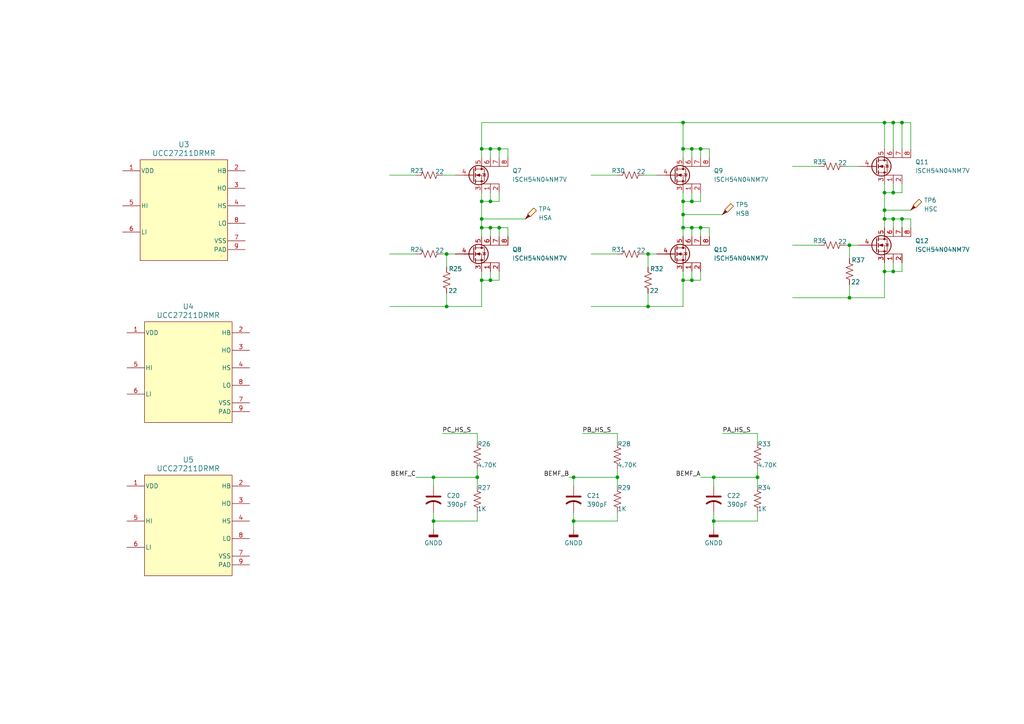
<source format=kicad_sch>
(kicad_sch (version 20250114) (generator "eeschema") (generator_version "9.0")
  (paper "A4")
  (lib_symbols
    (symbol "AzizFaozi:ISCH54N04NM7V" (pin_names (offset 0) (hide yes))
      (property "Reference" "Q" (at 5.08 1.905 0))
      (property "Value" "ISCH54N04NM7V" (at 5.08 0 0))
      (symbol "ISCH54N04NM7V_0_1"
        (polyline (pts (xy 0.254 1.905) (xy 0.254 -1.905)) (stroke (width 0.254)))
        (polyline (pts (xy 0.254 0) (xy -2.54 0)))
        (polyline (pts (xy 0.762 2.286) (xy 0.762 1.27)) (stroke (width 0.254)))
        (polyline (pts (xy 0.762 0.508) (xy 0.762 -0.508)) (stroke (width 0.254)))
        (polyline (pts (xy 0.762 -1.27) (xy 0.762 -2.286)) (stroke (width 0.254)))
        (polyline (pts (xy 0.762 -1.778) (xy 3.302 -1.778) (xy 3.302 1.778) (xy 0.762 1.778)))
        (polyline (pts (xy 1.016 0) (xy 2.032 0.381) (xy 2.032 -0.381) (xy 1.016 0)) (fill (type outline)))
        (circle (center 1.651 0) (radius 2.794) (stroke (width 0.254)))
        (polyline (pts (xy 2.54 2.54) (xy 2.54 1.778)))
        (circle (center 2.54 1.778) (radius 0.254) (fill (type outline)))
        (circle (center 2.54 -1.778) (radius 0.254) (fill (type outline)))
        (polyline (pts (xy 2.54 -2.54) (xy 2.54 0) (xy 0.762 0)))
        (polyline (pts (xy 2.794 0.508) (xy 2.921 0.381) (xy 3.683 0.381) (xy 3.81 0.254)))
        (polyline (pts (xy 3.302 0.381) (xy 2.921 -0.254) (xy 3.683 -0.254) (xy 3.302 0.381)))
        (polyline (pts (xy 7.62 -2.54) (xy 2.54 -2.54)))
        (polyline (pts (xy 10.16 2.54) (xy 2.54 2.54)))
      )
      (symbol "ISCH54N04NM7V_1_0"
        (pin input line (at 7.62 5.08 270) (length 2.54) (name "D") (number "7"))
        (pin input line (at 10.16 5.08 270) (length 2.54) (name "D") (number "8"))
      )
      (symbol "ISCH54N04NM7V_1_1"
        (pin input line (at -5.08 0 0) (length 5.08) (name "G") (number "4"))
        (pin passive line (at 2.54 5.08 270) (length 2.54) (name "D") (number "5"))
        (pin passive line (at 2.54 -5.08 90) (length 2.54) (name "S") (number "3"))
        (pin input line (at 5.08 5.08 270) (length 2.54) (name "D") (number "6"))
        (pin passive line (at 5.08 -5.08 90) (length 2.54) (name "S") (number "1"))
        (pin passive line (at 7.62 -5.08 90) (length 2.54) (name "S") (number "2"))
      )
    )
    (symbol "Connector:TestPoint_Probe" (pin_numbers (hide yes)) (pin_names (offset 0.762) (hide yes))
      (property "Reference" "TP" (at 1.651 5.842 0))
      (property "Value" "TestPoint_Probe" (at 1.651 4.064 0))
      (symbol "TestPoint_Probe_0_1"
        (polyline (pts (xy 1.27 0.762) (xy 0 0) (xy 0.762 1.27) (xy 1.27 0.762)) (fill (type outline)))
        (polyline (pts (xy 1.397 0.635) (xy 0.635 1.397) (xy 2.413 3.175) (xy 3.175 2.413) (xy 1.397 0.635)) (fill (type background)))
      )
      (symbol "TestPoint_Probe_1_1"
        (pin passive line (at 0 0 90) (length 0) (name "1") (number "1"))
      )
    )
    (symbol "Device:C_US" (pin_numbers (hide yes)) (pin_names (offset 0.254) (hide yes))
      (property "Reference" "C" (at 0.635 2.54 0))
      (property "Value" "C_US" (at 0.635 -2.54 0))
      (symbol "C_US_0_1"
        (polyline (pts (xy -2.032 0.762) (xy 2.032 0.762)) (stroke (width 0.508)))
        (arc (start -2.032 -1.27) (mid 0 -0.5572) (end 2.032 -1.27) (stroke (width 0.508)))
      )
      (symbol "C_US_1_1"
        (pin passive line (at 0 3.81 270) (length 2.794) (name "~") (number "1"))
        (pin passive line (at 0 -3.81 90) (length 3.302) (name "~") (number "2"))
      )
    )
    (symbol "Device:R_US" (pin_numbers (hide yes)) (pin_names (offset 0))
      (property "Reference" "R" (at 2.54 0 90))
      (property "Value" "R_US" (at -2.54 0 90))
      (symbol "R_US_0_1"
        (polyline (pts (xy 0 2.286) (xy 0 2.54)))
        (polyline (pts (xy 0 2.286) (xy 1.016 1.905) (xy 0 1.524) (xy -1.016 1.143) (xy 0 0.762)))
        (polyline (pts (xy 0 0.762) (xy 1.016 0.381) (xy 0 0) (xy -1.016 -0.381) (xy 0 -0.762)))
        (polyline (pts (xy 0 -0.762) (xy 1.016 -1.143) (xy 0 -1.524) (xy -1.016 -1.905) (xy 0 -2.286)))
        (polyline (pts (xy 0 -2.286) (xy 0 -2.54)))
      )
      (symbol "R_US_1_1"
        (pin passive line (at 0 3.81 270) (length 1.27) (name "~") (number "1"))
        (pin passive line (at 0 -3.81 90) (length 1.27) (name "~") (number "2"))
      )
    )
    (symbol "droneUltimate:UCC27211DRMR" (pin_names (offset 0.254))
      (property "Reference" "U" (at 0 2.54 0))
      (property "Value" "UCC27211DRMR" (at 0 0 0))
      (symbol "UCC27211DRMR_0_1"
        (pin power_in line (at -17.78 10.16 0) (length 5.08) (name "VDD") (number "1"))
        (pin input line (at -17.78 0 0) (length 5.08) (name "HI") (number "5"))
        (pin input line (at -17.78 -7.62 0) (length 5.08) (name "LI") (number "6"))
        (pin power_in line (at 17.78 10.16 180) (length 5.08) (name "HB") (number "2"))
        (pin output line (at 17.78 5.08 180) (length 5.08) (name "HO") (number "3"))
        (pin power_in line (at 17.78 0 180) (length 5.08) (name "HS") (number "4"))
        (pin output line (at 17.78 -5.08 180) (length 5.08) (name "LO") (number "8"))
        (pin power_in line (at 17.78 -10.16 180) (length 5.08) (name "VSS") (number "7"))
        (pin unspecified line (at 17.78 -12.7 180) (length 5.08) (name "PAD") (number "9"))
      )
      (symbol "UCC27211DRMR_1_1"
        (rectangle (start -12.7 13.335) (end 12.7 -15.875) (fill (type background)))
        (rectangle (start 10.795 -14.605) (end 10.795 -14.605))
      )
    )
    (symbol "power:GNDD" (power) (pin_numbers (hide yes)) (pin_names (offset 0) (hide yes))
      (property "Value" "GNDD" (at 0 -3.175 0))
      (symbol "GNDD_0_1"
        (rectangle (start -1.27 -1.524) (end 1.27 -2.032) (stroke (width 0.254)) (fill (type outline)))
        (polyline (pts (xy 0 0) (xy 0 -1.524)))
      )
      (symbol "GNDD_1_1"
        (pin power_in line (at 0 0 270) (length 0) (name "~") (number "1"))
      )
    )
  )
  (junction (at 187.96 73.66))
  (junction (at 125.73 138.43))
  (junction (at 203.2 66.04))
  (junction (at 256.54 55.88))
  (junction (at 142.24 81.28))
  (junction (at 187.96 88.9))
  (junction (at 219.71 138.43))
  (junction (at 198.12 62.23))
  (junction (at 139.7 43.18))
  (junction (at 259.08 35.56))
  (junction (at 256.54 35.56))
  (junction (at 256.54 60.96))
  (junction (at 166.37 151.13))
  (junction (at 261.62 63.5))
  (junction (at 198.12 81.28))
  (junction (at 198.12 66.04))
  (junction (at 139.7 63.5))
  (junction (at 259.08 55.88))
  (junction (at 207.01 151.13))
  (junction (at 246.38 71.12))
  (junction (at 179.07 138.43))
  (junction (at 200.66 43.18))
  (junction (at 200.66 81.28))
  (junction (at 138.43 138.43))
  (junction (at 142.24 43.18))
  (junction (at 200.66 66.04))
  (junction (at 198.12 58.42))
  (junction (at 261.62 35.56))
  (junction (at 259.08 78.74))
  (junction (at 200.66 58.42))
  (junction (at 129.54 88.9))
  (junction (at 198.12 43.18))
  (junction (at 139.7 81.28))
  (junction (at 139.7 66.04))
  (junction (at 142.24 66.04))
  (junction (at 198.12 35.56))
  (junction (at 259.08 63.5))
  (junction (at 139.7 58.42))
  (junction (at 256.54 78.74))
  (junction (at 207.01 138.43))
  (junction (at 125.73 151.13))
  (junction (at 142.24 58.42))
  (junction (at 203.2 43.18))
  (junction (at 144.78 66.04))
  (junction (at 144.78 43.18))
  (junction (at 246.38 86.36))
  (junction (at 166.37 138.43))
  (junction (at 129.54 73.66))
  (junction (at 256.54 63.5))
  (wire (pts (xy 261.62 63.5) (xy 261.62 66.04)))
  (wire (pts (xy 207.01 148.59) (xy 207.01 151.13)))
  (wire (pts (xy 129.54 77.47) (xy 129.54 73.66)))
  (wire (pts (xy 139.7 45.72) (xy 139.7 43.18)))
  (wire (pts (xy 259.08 53.34) (xy 259.08 55.88)))
  (wire (pts (xy 179.07 138.43) (xy 179.07 140.97)))
  (wire (pts (xy 113.03 88.9) (xy 129.54 88.9)))
  (wire (pts (xy 198.12 66.04) (xy 198.12 68.58)))
  (wire (pts (xy 129.54 88.9) (xy 139.7 88.9)))
  (wire (pts (xy 261.62 76.2) (xy 261.62 78.74)))
  (wire (pts (xy 187.96 85.09) (xy 187.96 88.9)))
  (wire (pts (xy 200.66 66.04) (xy 200.66 68.58)))
  (wire (pts (xy 200.66 43.18) (xy 198.12 43.18)))
  (wire (pts (xy 219.71 128.27) (xy 219.71 125.73)))
  (wire (pts (xy 264.16 66.04) (xy 264.16 63.5)))
  (wire (pts (xy 200.66 58.42) (xy 198.12 58.42)))
  (wire (pts (xy 256.54 63.5) (xy 256.54 66.04)))
  (wire (pts (xy 129.54 85.09) (xy 129.54 88.9)))
  (wire (pts (xy 138.43 135.89) (xy 138.43 138.43)))
  (wire (pts (xy 256.54 35.56) (xy 256.54 43.18)))
  (wire (pts (xy 245.11 71.12) (xy 246.38 71.12)))
  (wire (pts (xy 144.78 66.04) (xy 142.24 66.04)))
  (wire (pts (xy 165.1 138.43) (xy 166.37 138.43)))
  (wire (pts (xy 203.2 55.88) (xy 203.2 58.42)))
  (wire (pts (xy 219.71 135.89) (xy 219.71 138.43)))
  (wire (pts (xy 207.01 151.13) (xy 219.71 151.13)))
  (wire (pts (xy 113.03 73.66) (xy 120.65 73.66)))
  (wire (pts (xy 144.78 58.42) (xy 142.24 58.42)))
  (wire (pts (xy 200.66 43.18) (xy 200.66 45.72)))
  (wire (pts (xy 259.08 63.5) (xy 256.54 63.5)))
  (wire (pts (xy 128.27 73.66) (xy 129.54 73.66)))
  (wire (pts (xy 259.08 78.74) (xy 256.54 78.74)))
  (wire (pts (xy 198.12 55.88) (xy 198.12 58.42)))
  (wire (pts (xy 229.87 86.36) (xy 246.38 86.36)))
  (wire (pts (xy 259.08 76.2) (xy 259.08 78.74)))
  (wire (pts (xy 198.12 35.56) (xy 198.12 43.18)))
  (wire (pts (xy 200.66 66.04) (xy 198.12 66.04)))
  (wire (pts (xy 139.7 35.56) (xy 198.12 35.56)))
  (wire (pts (xy 142.24 81.28) (xy 139.7 81.28)))
  (wire (pts (xy 205.74 68.58) (xy 205.74 66.04)))
  (wire (pts (xy 139.7 78.74) (xy 139.7 81.28)))
  (wire (pts (xy 207.01 151.13) (xy 207.01 153.67)))
  (wire (pts (xy 203.2 81.28) (xy 200.66 81.28)))
  (wire (pts (xy 142.24 43.18) (xy 142.24 45.72)))
  (wire (pts (xy 209.55 62.23) (xy 198.12 62.23)))
  (wire (pts (xy 256.54 53.34) (xy 256.54 55.88)))
  (wire (pts (xy 261.62 55.88) (xy 259.08 55.88)))
  (wire (pts (xy 144.78 81.28) (xy 142.24 81.28)))
  (wire (pts (xy 256.54 35.56) (xy 259.08 35.56)))
  (wire (pts (xy 205.74 45.72) (xy 205.74 43.18)))
  (wire (pts (xy 142.24 58.42) (xy 139.7 58.42)))
  (wire (pts (xy 203.2 43.18) (xy 200.66 43.18)))
  (wire (pts (xy 256.54 60.96) (xy 264.16 60.96)))
  (wire (pts (xy 198.12 81.28) (xy 198.12 88.9)))
  (wire (pts (xy 209.55 125.73) (xy 219.71 125.73)))
  (wire (pts (xy 144.78 43.18) (xy 144.78 45.72)))
  (wire (pts (xy 147.32 66.04) (xy 144.78 66.04)))
  (wire (pts (xy 139.7 63.5) (xy 139.7 66.04)))
  (wire (pts (xy 179.07 128.27) (xy 179.07 125.73)))
  (wire (pts (xy 187.96 88.9) (xy 198.12 88.9)))
  (wire (pts (xy 179.07 148.59) (xy 179.07 151.13)))
  (wire (pts (xy 147.32 43.18) (xy 144.78 43.18)))
  (wire (pts (xy 171.45 73.66) (xy 179.07 73.66)))
  (wire (pts (xy 200.66 81.28) (xy 198.12 81.28)))
  (wire (pts (xy 142.24 66.04) (xy 142.24 68.58)))
  (wire (pts (xy 261.62 53.34) (xy 261.62 55.88)))
  (wire (pts (xy 246.38 71.12) (xy 248.92 71.12)))
  (wire (pts (xy 113.03 50.8) (xy 120.65 50.8)))
  (wire (pts (xy 219.71 138.43) (xy 219.71 140.97)))
  (wire (pts (xy 166.37 151.13) (xy 179.07 151.13)))
  (wire (pts (xy 187.96 73.66) (xy 190.5 73.66)))
  (wire (pts (xy 142.24 66.04) (xy 139.7 66.04)))
  (wire (pts (xy 205.74 66.04) (xy 203.2 66.04)))
  (wire (pts (xy 259.08 55.88) (xy 256.54 55.88)))
  (wire (pts (xy 261.62 78.74) (xy 259.08 78.74)))
  (wire (pts (xy 187.96 77.47) (xy 187.96 73.66)))
  (wire (pts (xy 259.08 35.56) (xy 261.62 35.56)))
  (wire (pts (xy 203.2 66.04) (xy 203.2 68.58)))
  (wire (pts (xy 203.2 43.18) (xy 203.2 45.72)))
  (wire (pts (xy 219.71 148.59) (xy 219.71 151.13)))
  (wire (pts (xy 125.73 138.43) (xy 138.43 138.43)))
  (wire (pts (xy 203.2 66.04) (xy 200.66 66.04)))
  (wire (pts (xy 142.24 78.74) (xy 142.24 81.28)))
  (wire (pts (xy 203.2 138.43) (xy 207.01 138.43)))
  (wire (pts (xy 200.66 55.88) (xy 200.66 58.42)))
  (wire (pts (xy 166.37 138.43) (xy 179.07 138.43)))
  (wire (pts (xy 139.7 66.04) (xy 139.7 68.58)))
  (wire (pts (xy 205.74 43.18) (xy 203.2 43.18)))
  (wire (pts (xy 171.45 50.8) (xy 179.07 50.8)))
  (wire (pts (xy 120.65 138.43) (xy 125.73 138.43)))
  (wire (pts (xy 198.12 43.18) (xy 198.12 45.72)))
  (wire (pts (xy 198.12 35.56) (xy 256.54 35.56)))
  (wire (pts (xy 203.2 58.42) (xy 200.66 58.42)))
  (wire (pts (xy 261.62 35.56) (xy 261.62 43.18)))
  (wire (pts (xy 139.7 55.88) (xy 139.7 58.42)))
  (wire (pts (xy 125.73 151.13) (xy 138.43 151.13)))
  (wire (pts (xy 203.2 78.74) (xy 203.2 81.28)))
  (wire (pts (xy 246.38 74.93) (xy 246.38 71.12)))
  (wire (pts (xy 125.73 151.13) (xy 125.73 153.67)))
  (wire (pts (xy 186.69 50.8) (xy 190.5 50.8)))
  (wire (pts (xy 144.78 43.18) (xy 142.24 43.18)))
  (wire (pts (xy 129.54 73.66) (xy 132.08 73.66)))
  (wire (pts (xy 125.73 140.97) (xy 125.73 138.43)))
  (wire (pts (xy 147.32 45.72) (xy 147.32 43.18)))
  (wire (pts (xy 259.08 35.56) (xy 259.08 43.18)))
  (wire (pts (xy 139.7 81.28) (xy 139.7 88.9)))
  (wire (pts (xy 139.7 63.5) (xy 152.4 63.5)))
  (wire (pts (xy 198.12 78.74) (xy 198.12 81.28)))
  (wire (pts (xy 138.43 148.59) (xy 138.43 151.13)))
  (wire (pts (xy 144.78 78.74) (xy 144.78 81.28)))
  (wire (pts (xy 256.54 78.74) (xy 256.54 86.36)))
  (wire (pts (xy 139.7 58.42) (xy 139.7 63.5)))
  (wire (pts (xy 200.66 78.74) (xy 200.66 81.28)))
  (wire (pts (xy 259.08 63.5) (xy 259.08 66.04)))
  (wire (pts (xy 246.38 86.36) (xy 256.54 86.36)))
  (wire (pts (xy 125.73 148.59) (xy 125.73 151.13)))
  (wire (pts (xy 198.12 58.42) (xy 198.12 62.23)))
  (wire (pts (xy 229.87 48.26) (xy 237.49 48.26)))
  (wire (pts (xy 144.78 66.04) (xy 144.78 68.58)))
  (wire (pts (xy 128.27 125.73) (xy 138.43 125.73)))
  (wire (pts (xy 246.38 82.55) (xy 246.38 86.36)))
  (wire (pts (xy 138.43 138.43) (xy 138.43 140.97)))
  (wire (pts (xy 256.54 60.96) (xy 256.54 63.5)))
  (wire (pts (xy 261.62 35.56) (xy 264.16 35.56)))
  (wire (pts (xy 256.54 76.2) (xy 256.54 78.74)))
  (wire (pts (xy 198.12 62.23) (xy 198.12 66.04)))
  (wire (pts (xy 264.16 63.5) (xy 261.62 63.5)))
  (wire (pts (xy 207.01 138.43) (xy 219.71 138.43)))
  (wire (pts (xy 139.7 43.18) (xy 139.7 35.56)))
  (wire (pts (xy 168.91 125.73) (xy 179.07 125.73)))
  (wire (pts (xy 171.45 88.9) (xy 187.96 88.9)))
  (wire (pts (xy 264.16 35.56) (xy 264.16 43.18)))
  (wire (pts (xy 245.11 48.26) (xy 248.92 48.26)))
  (wire (pts (xy 144.78 55.88) (xy 144.78 58.42)))
  (wire (pts (xy 207.01 140.97) (xy 207.01 138.43)))
  (wire (pts (xy 229.87 71.12) (xy 237.49 71.12)))
  (wire (pts (xy 179.07 135.89) (xy 179.07 138.43)))
  (wire (pts (xy 256.54 55.88) (xy 256.54 60.96)))
  (wire (pts (xy 138.43 128.27) (xy 138.43 125.73)))
  (wire (pts (xy 186.69 73.66) (xy 187.96 73.66)))
  (wire (pts (xy 166.37 148.59) (xy 166.37 151.13)))
  (wire (pts (xy 261.62 63.5) (xy 259.08 63.5)))
  (wire (pts (xy 128.27 50.8) (xy 132.08 50.8)))
  (wire (pts (xy 142.24 55.88) (xy 142.24 58.42)))
  (wire (pts (xy 166.37 151.13) (xy 166.37 153.67)))
  (wire (pts (xy 147.32 68.58) (xy 147.32 66.04)))
  (wire (pts (xy 142.24 43.18) (xy 139.7 43.18)))
  (wire (pts (xy 166.37 140.97) (xy 166.37 138.43)))
  (label "BEMF_A" (at 203.2 138.43 180))
  (label "BEMF_C" (at 120.65 138.43 180))
  (label "PC_HS_S" (at 128.27 125.73 0))
  (label "PA_HS_S" (at 209.55 125.73 0))
  (label "BEMF_B" (at 165.1 138.43 180))
  (label "PB_HS_S" (at 168.91 125.73 0))
  (symbol (lib_id "power:GNDD") (at 166.37 153.67 0) (unit 1)
    (property "Reference" "#PWR047" (effects (hide yes)))
    (property "Value" "GNDD" (at 166.37 157.48 0))
    (property "Description" "Power symbol creates a global label with name \"GNDD\" , digital ground" (effects (hide yes)))
  )
  (symbol (lib_id "Device:R_US") (at 179.07 144.78 0) (unit 1)
    (property "Reference" "R29" (at 179.07 141.478 0) (effects (justify left)))
    (property "Value" "1K" (at 179.07 147.574 0) (effects (justify left)))
    (property "Description" "Resistor, US symbol" (effects (hide yes)))
  )
  (symbol (lib_id "Device:R_US") (at 182.88 50.8 90) (unit 1)
    (property "Reference" "R30" (at 179.324 49.53 90))
    (property "Value" "22" (at 185.928 49.784 90))
    (property "Description" "Resistor, US symbol" (effects (hide yes)))
  )
  (symbol (lib_id "Device:R_US") (at 124.46 73.66 90) (unit 1)
    (property "Reference" "R24" (at 120.904 72.39 90))
    (property "Value" "22" (at 127.508 72.644 90))
    (property "Description" "Resistor, US symbol" (effects (hide yes)))
  )
  (symbol (lib_id "Connector:TestPoint_Probe") (at 264.16 60.96 0) (unit 1)
    (property "Reference" "TP6" (at 267.97 58.1024 0) (effects (justify left)))
    (property "Value" "HSC" (at 267.97 60.6424 0) (effects (justify left)))
    (property "Footprint" "MountingHole:MountingHole_2.2mm_M2_Pad" (effects (hide yes)))
    (property "Description" "test point (alternative probe-style design)" (effects (hide yes)))
  )
  (symbol (lib_id "droneUltimate:UCC27211DRMR") (at 53.34 59.69 0) (unit 1)
    (property "Reference" "U3" (at 53.34 41.91 0) (effects (font (size 1.524 1.524))))
    (property "Value" "UCC27211DRMR" (at 53.34 44.45 0) (effects (font (size 1.524 1.524))))
    (property "Footprint" "footprints:VSON-8_L4.0-W4.0-P0.80-TL-EP" (effects (hide yes)))
    (property "Datasheet" "https://www.ti.com/lit/gpn/ucc27211" (effects (hide yes)))
    (property "lcsc_id" "C1848363" (effects (hide yes)))
    (property "price" "1.57" (effects (hide yes)))
  )
  (symbol (lib_id "AzizFaozi:ISCH54N04NM7V") (at 137.16 73.66 0) (unit 1)
    (property "Reference" "Q8" (at 148.59 72.3899 0) (effects (justify left)))
    (property "Value" "ISCH54N04NM7V" (at 148.59 74.9299 0) (effects (justify left)))
    (property "Footprint" "footprints:PG-TDSON-8_L5.0-W6.0-P1.27-BL-EP" (effects (hide yes)))
    (property "Datasheet" "http://www.infineon.com/dgdl/Infineon-BSC028N06LS3-DS-v02_02-en.pdf?fileId=db3a30431ddc9372011ebafa4c607f8c" (effects (hide yes)))
    (property "Description" "100A Id, 60V Vds, OptiMOS N-Channel Power MOSFET, 2.8mOhm Ron, Qg (typ) 31.0nC, PG-TDSON-8" (effects (hide yes)))
  )
  (symbol (lib_id "Connector:TestPoint_Probe") (at 209.55 62.23 0) (unit 1)
    (property "Reference" "TP5" (at 213.36 59.3724 0) (effects (justify left)))
    (property "Value" "HSB" (at 213.36 61.9124 0) (effects (justify left)))
    (property "Footprint" "MountingHole:MountingHole_2.2mm_M2_Pad" (effects (hide yes)))
    (property "Description" "test point (alternative probe-style design)" (effects (hide yes)))
  )
  (symbol (lib_id "Device:R_US") (at 179.07 132.08 0) (unit 1)
    (property "Reference" "R28" (at 179.07 128.778 0) (effects (justify left)))
    (property "Value" "4.70K" (at 179.07 134.874 0) (effects (justify left)))
    (property "Description" "Resistor, US symbol" (effects (hide yes)))
  )
  (symbol (lib_id "Device:R_US") (at 138.43 132.08 0) (unit 1)
    (property "Reference" "R26" (at 138.43 128.778 0) (effects (justify left)))
    (property "Value" "4.70K" (at 138.43 134.874 0) (effects (justify left)))
    (property "Description" "Resistor, US symbol" (effects (hide yes)))
  )
  (symbol (lib_id "Device:C_US") (at 207.01 144.78 0) (unit 1)
    (property "Reference" "C22" (at 210.82 143.7639 0) (effects (justify left)))
    (property "Value" "390pF" (at 210.82 146.3039 0) (effects (justify left)))
    (property "Description" "capacitor, US symbol" (effects (hide yes)))
  )
  (symbol (lib_id "Device:R_US") (at 219.71 132.08 0) (unit 1)
    (property "Reference" "R33" (at 219.71 128.778 0) (effects (justify left)))
    (property "Value" "4.70K" (at 219.71 134.874 0) (effects (justify left)))
    (property "Description" "Resistor, US symbol" (effects (hide yes)))
  )
  (symbol (lib_id "Connector:TestPoint_Probe") (at 152.4 63.5 0) (unit 1)
    (property "Reference" "TP4" (at 156.21 60.6424 0) (effects (justify left)))
    (property "Value" "HSA" (at 156.21 63.1824 0) (effects (justify left)))
    (property "Footprint" "MountingHole:MountingHole_2.2mm_M2_Pad" (effects (hide yes)))
    (property "Description" "test point (alternative probe-style design)" (effects (hide yes)))
  )
  (symbol (lib_id "Device:R_US") (at 187.96 81.28 0) (unit 1)
    (property "Reference" "R32" (at 190.5 77.978 0))
    (property "Value" "22" (at 189.738 84.328 0))
    (property "Description" "Resistor, US symbol" (effects (hide yes)))
  )
  (symbol (lib_id "AzizFaozi:ISCH54N04NM7V") (at 137.16 50.8 0) (unit 1)
    (property "Reference" "Q7" (at 148.59 49.5299 0) (effects (justify left)))
    (property "Value" "ISCH54N04NM7V" (at 148.59 52.0699 0) (effects (justify left)))
    (property "Footprint" "footprints:PG-TDSON-8_L5.0-W6.0-P1.27-BL-EP" (effects (hide yes)))
    (property "Datasheet" "http://www.infineon.com/dgdl/Infineon-BSC028N06LS3-DS-v02_02-en.pdf?fileId=db3a30431ddc9372011ebafa4c607f8c" (effects (hide yes)))
    (property "Description" "100A Id, 60V Vds, OptiMOS N-Channel Power MOSFET, 2.8mOhm Ron, Qg (typ) 31.0nC, PG-TDSON-8" (effects (hide yes)))
  )
  (symbol (lib_id "Device:R_US") (at 129.54 81.28 0) (unit 1)
    (property "Reference" "R25" (at 132.08 77.978 0))
    (property "Value" "22" (at 131.318 84.328 0))
    (property "Description" "Resistor, US symbol" (effects (hide yes)))
  )
  (symbol (lib_id "Device:R_US") (at 124.46 50.8 90) (unit 1)
    (property "Reference" "R23" (at 120.904 49.53 90))
    (property "Value" "22" (at 127.508 49.784 90))
    (property "Description" "Resistor, US symbol" (effects (hide yes)))
  )
  (symbol (lib_id "Device:R_US") (at 219.71 144.78 0) (unit 1)
    (property "Reference" "R34" (at 219.71 141.478 0) (effects (justify left)))
    (property "Value" "1K" (at 219.71 147.574 0) (effects (justify left)))
    (property "Description" "Resistor, US symbol" (effects (hide yes)))
  )
  (symbol (lib_id "Device:R_US") (at 246.38 78.74 0) (unit 1)
    (property "Reference" "R37" (at 248.92 75.438 0))
    (property "Value" "22" (at 248.158 81.788 0))
    (property "Description" "Resistor, US symbol" (effects (hide yes)))
  )
  (symbol (lib_id "power:GNDD") (at 125.73 153.67 0) (unit 1)
    (property "Reference" "#PWR046" (effects (hide yes)))
    (property "Value" "GNDD" (at 125.73 157.48 0))
    (property "Description" "Power symbol creates a global label with name \"GNDD\" , digital ground" (effects (hide yes)))
  )
  (symbol (lib_id "AzizFaozi:ISCH54N04NM7V") (at 254 48.26 0) (unit 1)
    (property "Reference" "Q11" (at 265.43 46.9899 0) (effects (justify left)))
    (property "Value" "ISCH54N04NM7V" (at 265.43 49.5299 0) (effects (justify left)))
    (property "Footprint" "footprints:PG-TDSON-8_L5.0-W6.0-P1.27-BL-EP" (effects (hide yes)))
    (property "Datasheet" "http://www.infineon.com/dgdl/Infineon-BSC028N06LS3-DS-v02_02-en.pdf?fileId=db3a30431ddc9372011ebafa4c607f8c" (effects (hide yes)))
    (property "Description" "100A Id, 60V Vds, OptiMOS N-Channel Power MOSFET, 2.8mOhm Ron, Qg (typ) 31.0nC, PG-TDSON-8" (effects (hide yes)))
  )
  (symbol (lib_id "AzizFaozi:ISCH54N04NM7V") (at 254 71.12 0) (unit 1)
    (property "Reference" "Q12" (at 265.43 69.8499 0) (effects (justify left)))
    (property "Value" "ISCH54N04NM7V" (at 265.43 72.3899 0) (effects (justify left)))
    (property "Footprint" "footprints:PG-TDSON-8_L5.0-W6.0-P1.27-BL-EP" (effects (hide yes)))
    (property "Datasheet" "http://www.infineon.com/dgdl/Infineon-BSC028N06LS3-DS-v02_02-en.pdf?fileId=db3a30431ddc9372011ebafa4c607f8c" (effects (hide yes)))
    (property "Description" "100A Id, 60V Vds, OptiMOS N-Channel Power MOSFET, 2.8mOhm Ron, Qg (typ) 31.0nC, PG-TDSON-8" (effects (hide yes)))
  )
  (symbol (lib_id "AzizFaozi:ISCH54N04NM7V") (at 195.58 73.66 0) (unit 1)
    (property "Reference" "Q10" (at 207.01 72.3899 0) (effects (justify left)))
    (property "Value" "ISCH54N04NM7V" (at 207.01 74.9299 0) (effects (justify left)))
    (property "Footprint" "footprints:PG-TDSON-8_L5.0-W6.0-P1.27-BL-EP" (effects (hide yes)))
    (property "Datasheet" "http://www.infineon.com/dgdl/Infineon-BSC028N06LS3-DS-v02_02-en.pdf?fileId=db3a30431ddc9372011ebafa4c607f8c" (effects (hide yes)))
    (property "Description" "100A Id, 60V Vds, OptiMOS N-Channel Power MOSFET, 2.8mOhm Ron, Qg (typ) 31.0nC, PG-TDSON-8" (effects (hide yes)))
  )
  (symbol (lib_id "Device:R_US") (at 138.43 144.78 0) (unit 1)
    (property "Reference" "R27" (at 138.43 141.478 0) (effects (justify left)))
    (property "Value" "1K" (at 138.43 147.574 0) (effects (justify left)))
    (property "Description" "Resistor, US symbol" (effects (hide yes)))
  )
  (symbol (lib_id "Device:R_US") (at 182.88 73.66 90) (unit 1)
    (property "Reference" "R31" (at 179.324 72.39 90))
    (property "Value" "22" (at 185.928 72.644 90))
    (property "Description" "Resistor, US symbol" (effects (hide yes)))
  )
  (symbol (lib_id "Device:C_US") (at 166.37 144.78 0) (unit 1)
    (property "Reference" "C21" (at 170.18 143.7639 0) (effects (justify left)))
    (property "Value" "390pF" (at 170.18 146.3039 0) (effects (justify left)))
    (property "Description" "capacitor, US symbol" (effects (hide yes)))
  )
  (symbol (lib_id "Device:R_US") (at 241.3 48.26 90) (unit 1)
    (property "Reference" "R35" (at 237.744 46.99 90))
    (property "Value" "22" (at 244.348 47.244 90))
    (property "Description" "Resistor, US symbol" (effects (hide yes)))
  )
  (symbol (lib_id "Device:C_US") (at 125.73 144.78 0) (unit 1)
    (property "Reference" "C20" (at 129.54 143.7639 0) (effects (justify left)))
    (property "Value" "390pF" (at 129.54 146.3039 0) (effects (justify left)))
    (property "Description" "capacitor, US symbol" (effects (hide yes)))
  )
  (symbol (lib_id "AzizFaozi:ISCH54N04NM7V") (at 195.58 50.8 0) (unit 1)
    (property "Reference" "Q9" (at 207.01 49.5299 0) (effects (justify left)))
    (property "Value" "ISCH54N04NM7V" (at 207.01 52.0699 0) (effects (justify left)))
    (property "Footprint" "footprints:PG-TDSON-8_L5.0-W6.0-P1.27-BL-EP" (effects (hide yes)))
    (property "Datasheet" "http://www.infineon.com/dgdl/Infineon-BSC028N06LS3-DS-v02_02-en.pdf?fileId=db3a30431ddc9372011ebafa4c607f8c" (effects (hide yes)))
    (property "Description" "100A Id, 60V Vds, OptiMOS N-Channel Power MOSFET, 2.8mOhm Ron, Qg (typ) 31.0nC, PG-TDSON-8" (effects (hide yes)))
  )
  (symbol (lib_id "droneUltimate:UCC27211DRMR") (at 54.61 106.68 0) (unit 1)
    (property "Reference" "U4" (at 54.61 88.9 0) (effects (font (size 1.524 1.524))))
    (property "Value" "UCC27211DRMR" (at 54.61 91.44 0) (effects (font (size 1.524 1.524))))
    (property "Footprint" "footprints:VSON-8_L4.0-W4.0-P0.80-TL-EP" (effects (hide yes)))
    (property "Datasheet" "https://www.ti.com/lit/gpn/ucc27211" (effects (hide yes)))
    (property "lcsc_id" "C1848363" (effects (hide yes)))
    (property "price" "1.57" (effects (hide yes)))
  )
  (symbol (lib_id "Device:R_US") (at 241.3 71.12 90) (unit 1)
    (property "Reference" "R36" (at 237.744 69.85 90))
    (property "Value" "22" (at 244.348 70.104 90))
    (property "Description" "Resistor, US symbol" (effects (hide yes)))
  )
  (symbol (lib_id "droneUltimate:UCC27211DRMR") (at 54.61 151.13 0) (unit 1)
    (property "Reference" "U5" (at 54.61 133.35 0) (effects (font (size 1.524 1.524))))
    (property "Value" "UCC27211DRMR" (at 54.61 135.89 0) (effects (font (size 1.524 1.524))))
    (property "Footprint" "footprints:VSON-8_L4.0-W4.0-P0.80-TL-EP" (effects (hide yes)))
    (property "Datasheet" "https://www.ti.com/lit/gpn/ucc27211" (effects (hide yes)))
    (property "lcsc_id" "C1848363" (effects (hide yes)))
    (property "price" "1.57" (effects (hide yes)))
  )
  (symbol (lib_id "power:GNDD") (at 207.01 153.67 0) (unit 1)
    (property "Reference" "#PWR048" (effects (hide yes)))
    (property "Value" "GNDD" (at 207.01 157.48 0))
    (property "Description" "Power symbol creates a global label with name \"GNDD\" , digital ground" (effects (hide yes)))
  )
)
</source>
